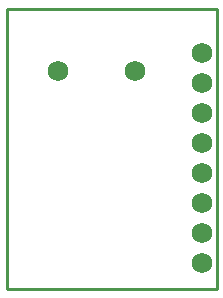
<source format=gbs>
G04 Layer_Color=16711935*
%FSLAX25Y25*%
%MOIN*%
G70*
G01*
G75*
%ADD12C,0.01000*%
%ADD16C,0.06800*%
D12*
X-0Y0D02*
Y93504D01*
Y0D02*
X0Y0D01*
X70000D01*
Y93504D01*
X70000Y93504D02*
X70000Y93504D01*
X-0Y93504D02*
X70000D01*
D16*
X17083Y72835D02*
D03*
X42673D02*
D03*
X65000Y28740D02*
D03*
Y38740D02*
D03*
Y48740D02*
D03*
Y58740D02*
D03*
Y8740D02*
D03*
Y18740D02*
D03*
Y68740D02*
D03*
Y78740D02*
D03*
M02*

</source>
